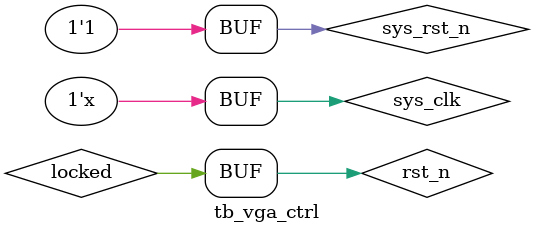
<source format=v>
`timescale  1ns/1ns


module  tb_vga_ctrl();


//wire  define
wire            locked      ;
wire            rst_n       ;
wire            vga_clk     ;

//reg   define
reg             sys_clk     ;
reg             sys_rst_n   ;
reg     [15:0]  pix_data    ;



//sys_clk,sys_rst_n初始赋值
initial
    begin
        sys_clk     =   1'b1;
        sys_rst_n   <=  1'b0;
        #200
        sys_rst_n   <=  1'b1;
    end

//sys_clk：产生时钟
always  #10 sys_clk = ~sys_clk  ;

//rst_n:VGA模块复位信号
assign  rst_n = (sys_rst_n & locked);

//pix_data:输入像素点色彩信息
always@(posedge vga_clk or  negedge rst_n)
    if(rst_n == 1'b0)
        pix_data    <=  16'h0;
    else
        pix_data    <=  16'hffff;



clk_gen clk_gen_inst
(
    .areset     (~sys_rst_n ),  //输入复位信号,高电平有效,1bit
    .inclk0     (sys_clk    ),  //输入50MHz晶振时钟,1bit
    .c0         (vga_clk    ),  //输出VGA工作时钟,频率25Mhz,1bit
    .locked     (locked     )   //输出pll locked信号,1bit
);


vga_ctrl  vga_ctrl_inst
(
    .vga_clk    (vga_clk    ),  //输入工作时钟,频率25MHz,1bit
    .sys_rst_n  (rst_n      ),  //输入复位信号,低电平有效,1bit
    .pix_data   (pix_data   ),  //输入像素点色彩信息,16bit

    .pix_x      (pix_x      ),  //输出VGA有效显示区域像素点X轴坐标,10bit
    .pix_y      (pix_y      ),  //输出VGA有效显示区域像素点Y轴坐标,10bit
    .hsync      (hsync      ),  //输出行同步信号,1bit
    .vsync      (vsync      ),  //输出场同步信号,1bit
    .rgb        (rgb        )   //输出像素点色彩信息,16bit
);

endmodule


</source>
